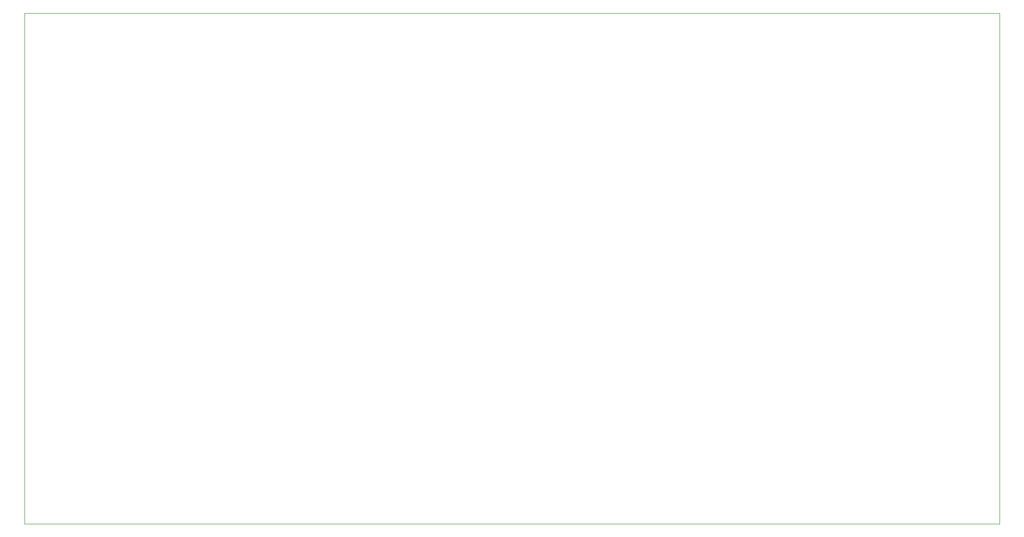
<source format=gbr>
%TF.GenerationSoftware,KiCad,Pcbnew,(6.0.4)*%
%TF.CreationDate,2022-03-31T08:58:10-07:00*%
%TF.ProjectId,hip-factor-3-l,6869702d-6661-4637-946f-722d332d6c2e,rev?*%
%TF.SameCoordinates,Original*%
%TF.FileFunction,Profile,NP*%
%FSLAX46Y46*%
G04 Gerber Fmt 4.6, Leading zero omitted, Abs format (unit mm)*
G04 Created by KiCad (PCBNEW (6.0.4)) date 2022-03-31 08:58:10*
%MOMM*%
%LPD*%
G01*
G04 APERTURE LIST*
%TA.AperFunction,Profile*%
%ADD10C,0.100000*%
%TD*%
G04 APERTURE END LIST*
D10*
X33000000Y-32000000D02*
X208280000Y-32000000D01*
X208280000Y-32000000D02*
X208280000Y-124000000D01*
X208280000Y-124000000D02*
X33000000Y-124000000D01*
X33000000Y-124000000D02*
X33000000Y-32000000D01*
M02*

</source>
